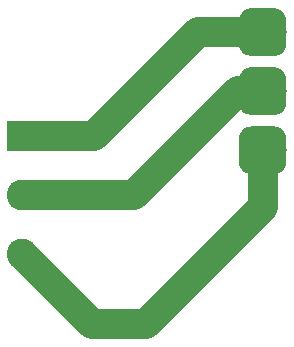
<source format=gbr>
G04 #@! TF.GenerationSoftware,KiCad,Pcbnew,5.1.4*
G04 #@! TF.CreationDate,2019-10-30T11:00:48-04:00*
G04 #@! TF.ProjectId,siot-splice-kit,73696f74-2d73-4706-9c69-63652d6b6974,rev?*
G04 #@! TF.SameCoordinates,Original*
G04 #@! TF.FileFunction,Copper,L1,Top*
G04 #@! TF.FilePolarity,Positive*
%FSLAX46Y46*%
G04 Gerber Fmt 4.6, Leading zero omitted, Abs format (unit mm)*
G04 Created by KiCad (PCBNEW 5.1.4) date 2019-10-30 11:00:48*
%MOMM*%
%LPD*%
G04 APERTURE LIST*
%ADD10C,2.600000*%
%ADD11R,2.600000X2.600000*%
%ADD12C,0.100000*%
%ADD13C,4.000000*%
%ADD14C,2.540000*%
G04 APERTURE END LIST*
D10*
X71960000Y-95040000D03*
X71960000Y-90040000D03*
D11*
X71960000Y-85040000D03*
D12*
G36*
X93398017Y-74254815D02*
G01*
X93495090Y-74269215D01*
X93590285Y-74293060D01*
X93682683Y-74326120D01*
X93771397Y-74368079D01*
X93855570Y-74418530D01*
X93934393Y-74476990D01*
X94007107Y-74542893D01*
X94073010Y-74615607D01*
X94131470Y-74694430D01*
X94181921Y-74778603D01*
X94223880Y-74867317D01*
X94256940Y-74959715D01*
X94280785Y-75054910D01*
X94295185Y-75151983D01*
X94300000Y-75250000D01*
X94300000Y-77250000D01*
X94295185Y-77348017D01*
X94280785Y-77445090D01*
X94256940Y-77540285D01*
X94223880Y-77632683D01*
X94181921Y-77721397D01*
X94131470Y-77805570D01*
X94073010Y-77884393D01*
X94007107Y-77957107D01*
X93934393Y-78023010D01*
X93855570Y-78081470D01*
X93771397Y-78131921D01*
X93682683Y-78173880D01*
X93590285Y-78206940D01*
X93495090Y-78230785D01*
X93398017Y-78245185D01*
X93300000Y-78250000D01*
X91300000Y-78250000D01*
X91201983Y-78245185D01*
X91104910Y-78230785D01*
X91009715Y-78206940D01*
X90917317Y-78173880D01*
X90828603Y-78131921D01*
X90744430Y-78081470D01*
X90665607Y-78023010D01*
X90592893Y-77957107D01*
X90526990Y-77884393D01*
X90468530Y-77805570D01*
X90418079Y-77721397D01*
X90376120Y-77632683D01*
X90343060Y-77540285D01*
X90319215Y-77445090D01*
X90304815Y-77348017D01*
X90300000Y-77250000D01*
X90300000Y-75250000D01*
X90304815Y-75151983D01*
X90319215Y-75054910D01*
X90343060Y-74959715D01*
X90376120Y-74867317D01*
X90418079Y-74778603D01*
X90468530Y-74694430D01*
X90526990Y-74615607D01*
X90592893Y-74542893D01*
X90665607Y-74476990D01*
X90744430Y-74418530D01*
X90828603Y-74368079D01*
X90917317Y-74326120D01*
X91009715Y-74293060D01*
X91104910Y-74269215D01*
X91201983Y-74254815D01*
X91300000Y-74250000D01*
X93300000Y-74250000D01*
X93398017Y-74254815D01*
X93398017Y-74254815D01*
G37*
D13*
X92300000Y-76250000D03*
D12*
G36*
X93398017Y-79254815D02*
G01*
X93495090Y-79269215D01*
X93590285Y-79293060D01*
X93682683Y-79326120D01*
X93771397Y-79368079D01*
X93855570Y-79418530D01*
X93934393Y-79476990D01*
X94007107Y-79542893D01*
X94073010Y-79615607D01*
X94131470Y-79694430D01*
X94181921Y-79778603D01*
X94223880Y-79867317D01*
X94256940Y-79959715D01*
X94280785Y-80054910D01*
X94295185Y-80151983D01*
X94300000Y-80250000D01*
X94300000Y-82250000D01*
X94295185Y-82348017D01*
X94280785Y-82445090D01*
X94256940Y-82540285D01*
X94223880Y-82632683D01*
X94181921Y-82721397D01*
X94131470Y-82805570D01*
X94073010Y-82884393D01*
X94007107Y-82957107D01*
X93934393Y-83023010D01*
X93855570Y-83081470D01*
X93771397Y-83131921D01*
X93682683Y-83173880D01*
X93590285Y-83206940D01*
X93495090Y-83230785D01*
X93398017Y-83245185D01*
X93300000Y-83250000D01*
X91300000Y-83250000D01*
X91201983Y-83245185D01*
X91104910Y-83230785D01*
X91009715Y-83206940D01*
X90917317Y-83173880D01*
X90828603Y-83131921D01*
X90744430Y-83081470D01*
X90665607Y-83023010D01*
X90592893Y-82957107D01*
X90526990Y-82884393D01*
X90468530Y-82805570D01*
X90418079Y-82721397D01*
X90376120Y-82632683D01*
X90343060Y-82540285D01*
X90319215Y-82445090D01*
X90304815Y-82348017D01*
X90300000Y-82250000D01*
X90300000Y-80250000D01*
X90304815Y-80151983D01*
X90319215Y-80054910D01*
X90343060Y-79959715D01*
X90376120Y-79867317D01*
X90418079Y-79778603D01*
X90468530Y-79694430D01*
X90526990Y-79615607D01*
X90592893Y-79542893D01*
X90665607Y-79476990D01*
X90744430Y-79418530D01*
X90828603Y-79368079D01*
X90917317Y-79326120D01*
X91009715Y-79293060D01*
X91104910Y-79269215D01*
X91201983Y-79254815D01*
X91300000Y-79250000D01*
X93300000Y-79250000D01*
X93398017Y-79254815D01*
X93398017Y-79254815D01*
G37*
D13*
X92300000Y-81250000D03*
D12*
G36*
X93398017Y-84254815D02*
G01*
X93495090Y-84269215D01*
X93590285Y-84293060D01*
X93682683Y-84326120D01*
X93771397Y-84368079D01*
X93855570Y-84418530D01*
X93934393Y-84476990D01*
X94007107Y-84542893D01*
X94073010Y-84615607D01*
X94131470Y-84694430D01*
X94181921Y-84778603D01*
X94223880Y-84867317D01*
X94256940Y-84959715D01*
X94280785Y-85054910D01*
X94295185Y-85151983D01*
X94300000Y-85250000D01*
X94300000Y-87250000D01*
X94295185Y-87348017D01*
X94280785Y-87445090D01*
X94256940Y-87540285D01*
X94223880Y-87632683D01*
X94181921Y-87721397D01*
X94131470Y-87805570D01*
X94073010Y-87884393D01*
X94007107Y-87957107D01*
X93934393Y-88023010D01*
X93855570Y-88081470D01*
X93771397Y-88131921D01*
X93682683Y-88173880D01*
X93590285Y-88206940D01*
X93495090Y-88230785D01*
X93398017Y-88245185D01*
X93300000Y-88250000D01*
X91300000Y-88250000D01*
X91201983Y-88245185D01*
X91104910Y-88230785D01*
X91009715Y-88206940D01*
X90917317Y-88173880D01*
X90828603Y-88131921D01*
X90744430Y-88081470D01*
X90665607Y-88023010D01*
X90592893Y-87957107D01*
X90526990Y-87884393D01*
X90468530Y-87805570D01*
X90418079Y-87721397D01*
X90376120Y-87632683D01*
X90343060Y-87540285D01*
X90319215Y-87445090D01*
X90304815Y-87348017D01*
X90300000Y-87250000D01*
X90300000Y-85250000D01*
X90304815Y-85151983D01*
X90319215Y-85054910D01*
X90343060Y-84959715D01*
X90376120Y-84867317D01*
X90418079Y-84778603D01*
X90468530Y-84694430D01*
X90526990Y-84615607D01*
X90592893Y-84542893D01*
X90665607Y-84476990D01*
X90744430Y-84418530D01*
X90828603Y-84368079D01*
X90917317Y-84326120D01*
X91009715Y-84293060D01*
X91104910Y-84269215D01*
X91201983Y-84254815D01*
X91300000Y-84250000D01*
X93300000Y-84250000D01*
X93398017Y-84254815D01*
X93398017Y-84254815D01*
G37*
D13*
X92300000Y-86250000D03*
D14*
X78060000Y-85040000D02*
X71960000Y-85040000D01*
X92300000Y-76250000D02*
X86850000Y-76250000D01*
X86850000Y-76250000D02*
X78060000Y-85040000D01*
X73798477Y-90040000D02*
X71960000Y-90040000D01*
X81410000Y-90040000D02*
X73798477Y-90040000D01*
X90200000Y-81250000D02*
X81410000Y-90040000D01*
X92300000Y-81250000D02*
X90200000Y-81250000D01*
X92300000Y-86250000D02*
X92300000Y-91060000D01*
X92300000Y-91060000D02*
X82410000Y-100950000D01*
X77870000Y-100950000D02*
X71960000Y-95040000D01*
X82410000Y-100950000D02*
X77870000Y-100950000D01*
M02*

</source>
